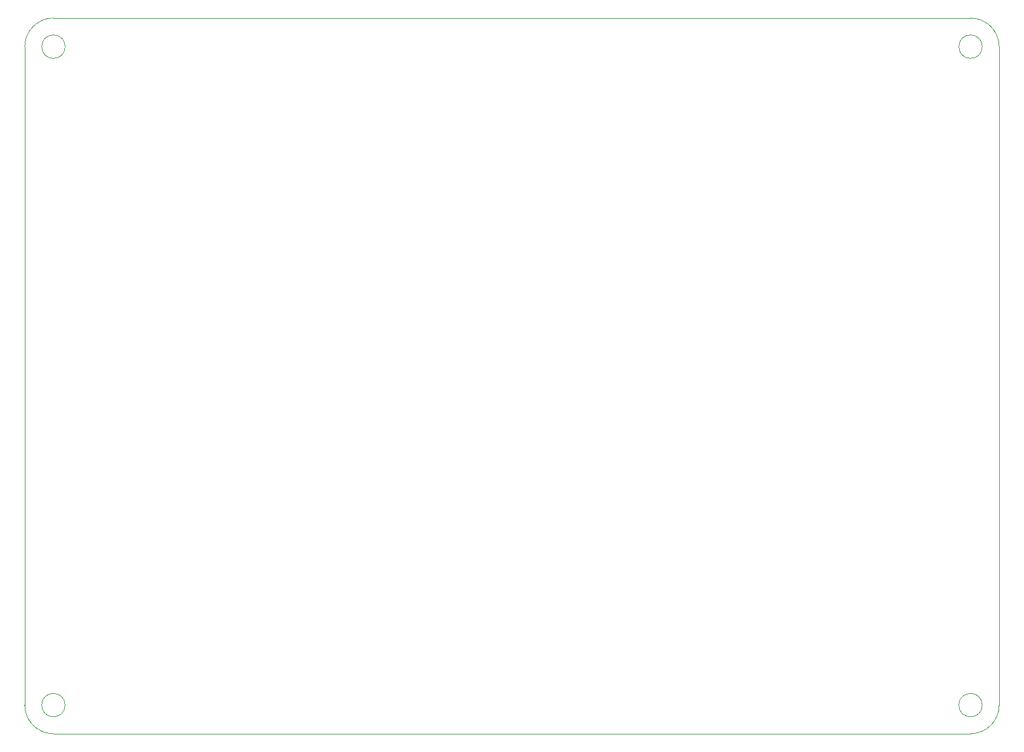
<source format=gbr>
G04 #@! TF.FileFunction,Profile,NP*
%FSLAX46Y46*%
G04 Gerber Fmt 4.6, Leading zero omitted, Abs format (unit mm)*
G04 Created by KiCad (PCBNEW 4.0.7) date 05/11/18 03:08:00*
%MOMM*%
%LPD*%
G01*
G04 APERTURE LIST*
%ADD10C,0.100000*%
G04 APERTURE END LIST*
D10*
X32631950Y-146000000D02*
G75*
G03X32631950Y-146000000I-1631950J0D01*
G01*
X159000000Y-150000000D02*
X31000000Y-150000000D01*
X32631950Y-54000000D02*
G75*
G03X32631950Y-54000000I-1631950J0D01*
G01*
X163000000Y-146000000D02*
G75*
G02X159000000Y-150000000I-4000000J0D01*
G01*
X163000000Y-54000000D02*
X163000000Y-146000000D01*
X160631950Y-146000000D02*
G75*
G03X160631950Y-146000000I-1631950J0D01*
G01*
X160631950Y-54000000D02*
G75*
G03X160631950Y-54000000I-1631950J0D01*
G01*
X27000000Y-54000000D02*
G75*
G02X31000000Y-50000000I4000000J0D01*
G01*
X159000000Y-50000000D02*
G75*
G02X163000000Y-54000000I0J-4000000D01*
G01*
X31000000Y-150000000D02*
G75*
G02X27000000Y-146000000I0J4000000D01*
G01*
X159000000Y-50000000D02*
X31000000Y-50000000D01*
X27000000Y-54000000D02*
X27000000Y-146000000D01*
M02*

</source>
